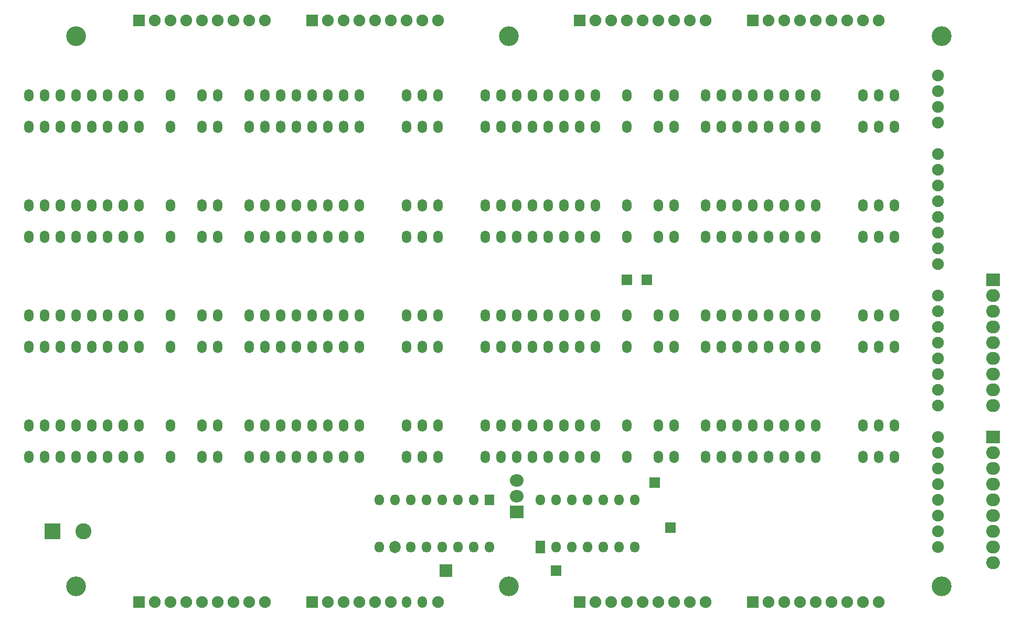
<source format=gbr>
%TF.GenerationSoftware,KiCad,Pcbnew,(5.1.8)-1*%
%TF.CreationDate,2025-01-29T23:55:13+03:00*%
%TF.ProjectId,Regs-v5,52656773-2d76-4352-9e6b-696361645f70,rev?*%
%TF.SameCoordinates,Original*%
%TF.FileFunction,Soldermask,Top*%
%TF.FilePolarity,Negative*%
%FSLAX46Y46*%
G04 Gerber Fmt 4.6, Leading zero omitted, Abs format (unit mm)*
G04 Created by KiCad (PCBNEW (5.1.8)-1) date 2025-01-29 23:55:13*
%MOMM*%
%LPD*%
G01*
G04 APERTURE LIST*
%ADD10R,1.700000X1.700000*%
%ADD11O,1.500000X2.000000*%
%ADD12O,2.200000X2.100000*%
%ADD13R,2.200000X2.100000*%
%ADD14O,1.900000X1.900000*%
%ADD15C,2.600000*%
%ADD16R,2.600000X2.600000*%
%ADD17O,1.500000X1.800000*%
%ADD18R,1.500000X2.000000*%
%ADD19O,1.800000X2.000000*%
%ADD20R,1.500000X1.800000*%
%ADD21R,2.000000X2.000000*%
%ADD22O,2.200000X2.000000*%
%ADD23R,2.200000X2.000000*%
%ADD24R,1.900000X1.900000*%
%ADD25O,1.500000X1.900000*%
%ADD26C,3.200000*%
G04 APERTURE END LIST*
D10*
%TO.C,J19*%
X114300000Y-59690000D03*
%TD*%
%TO.C,J20*%
X117475000Y-59690000D03*
%TD*%
D11*
%TO.C,U19*%
X83820000Y-29845000D03*
X81280000Y-29845000D03*
X78740000Y-29845000D03*
X71120000Y-29845000D03*
X68580000Y-29845000D03*
X66040000Y-29845000D03*
X63500000Y-29845000D03*
X60960000Y-29845000D03*
X58420000Y-29845000D03*
X55880000Y-29845000D03*
X53340000Y-29845000D03*
X48260000Y-29845000D03*
X45720000Y-29845000D03*
X40640000Y-29845000D03*
X35560000Y-29845000D03*
X33020000Y-29845000D03*
X30480000Y-29845000D03*
X27940000Y-29845000D03*
X25400000Y-29845000D03*
X22860000Y-29845000D03*
X20320000Y-29845000D03*
X17780000Y-29845000D03*
%TD*%
%TO.C,U18*%
X157480000Y-29845000D03*
X154940000Y-29845000D03*
X152400000Y-29845000D03*
X144780000Y-29845000D03*
X142240000Y-29845000D03*
X139700000Y-29845000D03*
X137160000Y-29845000D03*
X134620000Y-29845000D03*
X132080000Y-29845000D03*
X129540000Y-29845000D03*
X127000000Y-29845000D03*
X121920000Y-29845000D03*
X119380000Y-29845000D03*
X114300000Y-29845000D03*
X109220000Y-29845000D03*
X106680000Y-29845000D03*
X104140000Y-29845000D03*
X101600000Y-29845000D03*
X99060000Y-29845000D03*
X96520000Y-29845000D03*
X93980000Y-29845000D03*
X91440000Y-29845000D03*
%TD*%
%TO.C,U17*%
X83820000Y-47625000D03*
X81280000Y-47625000D03*
X78740000Y-47625000D03*
X71120000Y-47625000D03*
X68580000Y-47625000D03*
X66040000Y-47625000D03*
X63500000Y-47625000D03*
X60960000Y-47625000D03*
X58420000Y-47625000D03*
X55880000Y-47625000D03*
X53340000Y-47625000D03*
X48260000Y-47625000D03*
X45720000Y-47625000D03*
X40640000Y-47625000D03*
X35560000Y-47625000D03*
X33020000Y-47625000D03*
X30480000Y-47625000D03*
X27940000Y-47625000D03*
X25400000Y-47625000D03*
X22860000Y-47625000D03*
X20320000Y-47625000D03*
X17780000Y-47625000D03*
%TD*%
%TO.C,U16*%
X157480000Y-47625000D03*
X154940000Y-47625000D03*
X152400000Y-47625000D03*
X144780000Y-47625000D03*
X142240000Y-47625000D03*
X139700000Y-47625000D03*
X137160000Y-47625000D03*
X134620000Y-47625000D03*
X132080000Y-47625000D03*
X129540000Y-47625000D03*
X127000000Y-47625000D03*
X121920000Y-47625000D03*
X119380000Y-47625000D03*
X114300000Y-47625000D03*
X109220000Y-47625000D03*
X106680000Y-47625000D03*
X104140000Y-47625000D03*
X101600000Y-47625000D03*
X99060000Y-47625000D03*
X96520000Y-47625000D03*
X93980000Y-47625000D03*
X91440000Y-47625000D03*
%TD*%
%TO.C,U12*%
X83820000Y-65405000D03*
X81280000Y-65405000D03*
X78740000Y-65405000D03*
X71120000Y-65405000D03*
X68580000Y-65405000D03*
X66040000Y-65405000D03*
X63500000Y-65405000D03*
X60960000Y-65405000D03*
X58420000Y-65405000D03*
X55880000Y-65405000D03*
X53340000Y-65405000D03*
X48260000Y-65405000D03*
X45720000Y-65405000D03*
X40640000Y-65405000D03*
X35560000Y-65405000D03*
X33020000Y-65405000D03*
X30480000Y-65405000D03*
X27940000Y-65405000D03*
X25400000Y-65405000D03*
X22860000Y-65405000D03*
X20320000Y-65405000D03*
X17780000Y-65405000D03*
%TD*%
%TO.C,U11*%
X157480000Y-65405000D03*
X154940000Y-65405000D03*
X152400000Y-65405000D03*
X144780000Y-65405000D03*
X142240000Y-65405000D03*
X139700000Y-65405000D03*
X137160000Y-65405000D03*
X134620000Y-65405000D03*
X132080000Y-65405000D03*
X129540000Y-65405000D03*
X127000000Y-65405000D03*
X121920000Y-65405000D03*
X119380000Y-65405000D03*
X114300000Y-65405000D03*
X109220000Y-65405000D03*
X106680000Y-65405000D03*
X104140000Y-65405000D03*
X101600000Y-65405000D03*
X99060000Y-65405000D03*
X96520000Y-65405000D03*
X93980000Y-65405000D03*
X91440000Y-65405000D03*
%TD*%
%TO.C,U10*%
X83820000Y-83185000D03*
X81280000Y-83185000D03*
X78740000Y-83185000D03*
X71120000Y-83185000D03*
X68580000Y-83185000D03*
X66040000Y-83185000D03*
X63500000Y-83185000D03*
X60960000Y-83185000D03*
X58420000Y-83185000D03*
X55880000Y-83185000D03*
X53340000Y-83185000D03*
X48260000Y-83185000D03*
X45720000Y-83185000D03*
X40640000Y-83185000D03*
X35560000Y-83185000D03*
X33020000Y-83185000D03*
X30480000Y-83185000D03*
X27940000Y-83185000D03*
X25400000Y-83185000D03*
X22860000Y-83185000D03*
X20320000Y-83185000D03*
X17780000Y-83185000D03*
%TD*%
%TO.C,U9*%
X157480000Y-83185000D03*
X154940000Y-83185000D03*
X152400000Y-83185000D03*
X144780000Y-83185000D03*
X142240000Y-83185000D03*
X139700000Y-83185000D03*
X137160000Y-83185000D03*
X134620000Y-83185000D03*
X132080000Y-83185000D03*
X129540000Y-83185000D03*
X127000000Y-83185000D03*
X121920000Y-83185000D03*
X119380000Y-83185000D03*
X114300000Y-83185000D03*
X109220000Y-83185000D03*
X106680000Y-83185000D03*
X104140000Y-83185000D03*
X101600000Y-83185000D03*
X99060000Y-83185000D03*
X96520000Y-83185000D03*
X93980000Y-83185000D03*
X91440000Y-83185000D03*
%TD*%
D12*
%TO.C,J18*%
X173355000Y-80010000D03*
X173355000Y-77470000D03*
X173355000Y-74930000D03*
X173355000Y-72390000D03*
X173355000Y-69850000D03*
X173355000Y-67310000D03*
X173355000Y-64770000D03*
X173355000Y-62230000D03*
D13*
X173355000Y-59690000D03*
%TD*%
D12*
%TO.C,J17*%
X173355000Y-105410000D03*
X173355000Y-102870000D03*
X173355000Y-100330000D03*
X173355000Y-97790000D03*
X173355000Y-95250000D03*
X173355000Y-92710000D03*
X173355000Y-90170000D03*
X173355000Y-87630000D03*
D13*
X173355000Y-85090000D03*
%TD*%
D14*
%TO.C,U15*%
X164465000Y-26670000D03*
X164465000Y-29210000D03*
X164465000Y-31750000D03*
X164465000Y-34290000D03*
X164465000Y-39370000D03*
X164465000Y-41910000D03*
X164465000Y-44450000D03*
X164465000Y-46990000D03*
X164465000Y-49530000D03*
X164465000Y-52070000D03*
X164465000Y-54610000D03*
X164465000Y-57150000D03*
X164465000Y-62230000D03*
X164465000Y-64770000D03*
X164465000Y-67310000D03*
X164465000Y-69850000D03*
X164465000Y-72390000D03*
X164465000Y-74930000D03*
X164465000Y-77470000D03*
X164465000Y-80010000D03*
X164465000Y-85090000D03*
X164465000Y-87630000D03*
X164465000Y-90170000D03*
X164465000Y-92710000D03*
X164465000Y-95250000D03*
X164465000Y-97790000D03*
X164465000Y-100330000D03*
X164465000Y-102870000D03*
%TD*%
D15*
%TO.C,J16*%
X26590000Y-100330000D03*
D16*
X21590000Y-100330000D03*
%TD*%
D17*
%TO.C,U14*%
X100330000Y-95250000D03*
X115570000Y-102870000D03*
X102870000Y-95250000D03*
X113030000Y-102870000D03*
X105410000Y-95250000D03*
X110490000Y-102870000D03*
X107950000Y-95250000D03*
X107950000Y-102870000D03*
X110490000Y-95250000D03*
X105410000Y-102870000D03*
X113030000Y-95250000D03*
X102870000Y-102870000D03*
X115570000Y-95250000D03*
D18*
X100330000Y-102870000D03*
%TD*%
D17*
%TO.C,U13*%
X92075000Y-102870000D03*
X74295000Y-95250000D03*
X89535000Y-102870000D03*
X76835000Y-95250000D03*
X86995000Y-102870000D03*
X79375000Y-95250000D03*
X84455000Y-102870000D03*
X81915000Y-95250000D03*
X81915000Y-102870000D03*
X84455000Y-95250000D03*
X79375000Y-102870000D03*
X86995000Y-95250000D03*
D19*
X76835000Y-102870000D03*
D17*
X89535000Y-95250000D03*
X74295000Y-102870000D03*
D20*
X92075000Y-95250000D03*
%TD*%
D10*
%TO.C,J15*%
X102870000Y-106680000D03*
%TD*%
%TO.C,J14*%
X121285000Y-99695000D03*
%TD*%
%TO.C,J13*%
X118745000Y-92440000D03*
%TD*%
D21*
%TO.C,J12*%
X85090000Y-106680000D03*
%TD*%
D22*
%TO.C,J11*%
X96520000Y-92075000D03*
X96520000Y-94615000D03*
D23*
X96520000Y-97155000D03*
%TD*%
D14*
%TO.C,J8*%
X55880000Y-17780000D03*
X53340000Y-17780000D03*
X50800000Y-17780000D03*
X48260000Y-17780000D03*
X45720000Y-17780000D03*
X43180000Y-17780000D03*
X40640000Y-17780000D03*
X38100000Y-17780000D03*
D24*
X35560000Y-17780000D03*
%TD*%
D14*
%TO.C,J7*%
X154940000Y-17780000D03*
X152400000Y-17780000D03*
X149860000Y-17780000D03*
X147320000Y-17780000D03*
X144780000Y-17780000D03*
X142240000Y-17780000D03*
X139700000Y-17780000D03*
X137160000Y-17780000D03*
D24*
X134620000Y-17780000D03*
%TD*%
D14*
%TO.C,J6*%
X83820000Y-17780000D03*
X81280000Y-17780000D03*
X78740000Y-17780000D03*
X76200000Y-17780000D03*
X73660000Y-17780000D03*
X71120000Y-17780000D03*
X68580000Y-17780000D03*
X66040000Y-17780000D03*
D24*
X63500000Y-17780000D03*
%TD*%
D14*
%TO.C,J5*%
X127000000Y-17780000D03*
X124460000Y-17780000D03*
X121920000Y-17780000D03*
X119380000Y-17780000D03*
X116840000Y-17780000D03*
X114300000Y-17780000D03*
X111760000Y-17780000D03*
X109220000Y-17780000D03*
D24*
X106680000Y-17780000D03*
%TD*%
D14*
%TO.C,J4*%
X55880000Y-111760000D03*
X53340000Y-111760000D03*
X50800000Y-111760000D03*
X48260000Y-111760000D03*
X45720000Y-111760000D03*
X43180000Y-111760000D03*
X40640000Y-111760000D03*
X38100000Y-111760000D03*
D24*
X35560000Y-111760000D03*
%TD*%
D14*
%TO.C,J3*%
X154940000Y-111760000D03*
X152400000Y-111760000D03*
X149860000Y-111760000D03*
X147320000Y-111760000D03*
X144780000Y-111760000D03*
X142240000Y-111760000D03*
X139700000Y-111760000D03*
X137160000Y-111760000D03*
D24*
X134620000Y-111760000D03*
%TD*%
D14*
%TO.C,J2*%
X83820000Y-111760000D03*
D25*
X81280000Y-111760000D03*
X78740000Y-111760000D03*
D14*
X76200000Y-111760000D03*
X73660000Y-111760000D03*
X71120000Y-111760000D03*
X68580000Y-111760000D03*
X66040000Y-111760000D03*
D24*
X63500000Y-111760000D03*
%TD*%
D14*
%TO.C,J1*%
X127000000Y-111760000D03*
X124460000Y-111760000D03*
X121920000Y-111760000D03*
X119380000Y-111760000D03*
X116840000Y-111760000D03*
X114300000Y-111760000D03*
X111760000Y-111760000D03*
X109220000Y-111760000D03*
D24*
X106680000Y-111760000D03*
%TD*%
D26*
%TO.C,H6*%
X165100000Y-109220000D03*
%TD*%
%TO.C,H4*%
X165100000Y-20320000D03*
%TD*%
%TO.C,H2*%
X95250000Y-109220000D03*
%TD*%
%TO.C,H5*%
X95250000Y-20320000D03*
%TD*%
%TO.C,H3*%
X25400000Y-109220000D03*
%TD*%
%TO.C,H1*%
X25400000Y-20320000D03*
%TD*%
D11*
%TO.C,U1*%
X157480000Y-88265000D03*
X154940000Y-88265000D03*
X152400000Y-88265000D03*
X144780000Y-88265000D03*
X142240000Y-88265000D03*
X139700000Y-88265000D03*
X137160000Y-88265000D03*
X134620000Y-88265000D03*
X132080000Y-88265000D03*
X129540000Y-88265000D03*
X127000000Y-88265000D03*
X121920000Y-88265000D03*
X119380000Y-88265000D03*
X114300000Y-88265000D03*
X109220000Y-88265000D03*
X106680000Y-88265000D03*
X104140000Y-88265000D03*
X101600000Y-88265000D03*
X99060000Y-88265000D03*
X96520000Y-88265000D03*
X93980000Y-88265000D03*
X91440000Y-88265000D03*
%TD*%
%TO.C,U8*%
X83820000Y-34925000D03*
X81280000Y-34925000D03*
X78740000Y-34925000D03*
X71120000Y-34925000D03*
X68580000Y-34925000D03*
X66040000Y-34925000D03*
X63500000Y-34925000D03*
X60960000Y-34925000D03*
X58420000Y-34925000D03*
X55880000Y-34925000D03*
X53340000Y-34925000D03*
X48260000Y-34925000D03*
X45720000Y-34925000D03*
X40640000Y-34925000D03*
X35560000Y-34925000D03*
X33020000Y-34925000D03*
X30480000Y-34925000D03*
X27940000Y-34925000D03*
X25400000Y-34925000D03*
X22860000Y-34925000D03*
X20320000Y-34925000D03*
X17780000Y-34925000D03*
%TD*%
%TO.C,U6*%
X83820000Y-52705000D03*
X81280000Y-52705000D03*
X78740000Y-52705000D03*
X71120000Y-52705000D03*
X68580000Y-52705000D03*
X66040000Y-52705000D03*
X63500000Y-52705000D03*
X60960000Y-52705000D03*
X58420000Y-52705000D03*
X55880000Y-52705000D03*
X53340000Y-52705000D03*
X48260000Y-52705000D03*
X45720000Y-52705000D03*
X40640000Y-52705000D03*
X35560000Y-52705000D03*
X33020000Y-52705000D03*
X30480000Y-52705000D03*
X27940000Y-52705000D03*
X25400000Y-52705000D03*
X22860000Y-52705000D03*
X20320000Y-52705000D03*
X17780000Y-52705000D03*
%TD*%
%TO.C,U4*%
X83820000Y-70485000D03*
X81280000Y-70485000D03*
X78740000Y-70485000D03*
X71120000Y-70485000D03*
X68580000Y-70485000D03*
X66040000Y-70485000D03*
X63500000Y-70485000D03*
X60960000Y-70485000D03*
X58420000Y-70485000D03*
X55880000Y-70485000D03*
X53340000Y-70485000D03*
X48260000Y-70485000D03*
X45720000Y-70485000D03*
X40640000Y-70485000D03*
X35560000Y-70485000D03*
X33020000Y-70485000D03*
X30480000Y-70485000D03*
X27940000Y-70485000D03*
X25400000Y-70485000D03*
X22860000Y-70485000D03*
X20320000Y-70485000D03*
X17780000Y-70485000D03*
%TD*%
%TO.C,U2*%
X83820000Y-88265000D03*
X81280000Y-88265000D03*
X78740000Y-88265000D03*
X71120000Y-88265000D03*
X68580000Y-88265000D03*
X66040000Y-88265000D03*
X63500000Y-88265000D03*
X60960000Y-88265000D03*
X58420000Y-88265000D03*
X55880000Y-88265000D03*
X53340000Y-88265000D03*
X48260000Y-88265000D03*
X45720000Y-88265000D03*
X40640000Y-88265000D03*
X35560000Y-88265000D03*
X33020000Y-88265000D03*
X30480000Y-88265000D03*
X27940000Y-88265000D03*
X25400000Y-88265000D03*
X22860000Y-88265000D03*
X20320000Y-88265000D03*
X17780000Y-88265000D03*
%TD*%
%TO.C,U7*%
X157480000Y-34925000D03*
X154940000Y-34925000D03*
X152400000Y-34925000D03*
X144780000Y-34925000D03*
X142240000Y-34925000D03*
X139700000Y-34925000D03*
X137160000Y-34925000D03*
X134620000Y-34925000D03*
X132080000Y-34925000D03*
X129540000Y-34925000D03*
X127000000Y-34925000D03*
X121920000Y-34925000D03*
X119380000Y-34925000D03*
X114300000Y-34925000D03*
X109220000Y-34925000D03*
X106680000Y-34925000D03*
X104140000Y-34925000D03*
X101600000Y-34925000D03*
X99060000Y-34925000D03*
X96520000Y-34925000D03*
X93980000Y-34925000D03*
X91440000Y-34925000D03*
%TD*%
%TO.C,U5*%
X157480000Y-52705000D03*
X154940000Y-52705000D03*
X152400000Y-52705000D03*
X144780000Y-52705000D03*
X142240000Y-52705000D03*
X139700000Y-52705000D03*
X137160000Y-52705000D03*
X134620000Y-52705000D03*
X132080000Y-52705000D03*
X129540000Y-52705000D03*
X127000000Y-52705000D03*
X121920000Y-52705000D03*
X119380000Y-52705000D03*
X114300000Y-52705000D03*
X109220000Y-52705000D03*
X106680000Y-52705000D03*
X104140000Y-52705000D03*
X101600000Y-52705000D03*
X99060000Y-52705000D03*
X96520000Y-52705000D03*
X93980000Y-52705000D03*
X91440000Y-52705000D03*
%TD*%
%TO.C,U3*%
X157480000Y-70485000D03*
X154940000Y-70485000D03*
X152400000Y-70485000D03*
X144780000Y-70485000D03*
X142240000Y-70485000D03*
X139700000Y-70485000D03*
X137160000Y-70485000D03*
X134620000Y-70485000D03*
X132080000Y-70485000D03*
X129540000Y-70485000D03*
X127000000Y-70485000D03*
X121920000Y-70485000D03*
X119380000Y-70485000D03*
X114300000Y-70485000D03*
X109220000Y-70485000D03*
X106680000Y-70485000D03*
X104140000Y-70485000D03*
X101600000Y-70485000D03*
X99060000Y-70485000D03*
X96520000Y-70485000D03*
X93980000Y-70485000D03*
X91440000Y-70485000D03*
%TD*%
M02*

</source>
